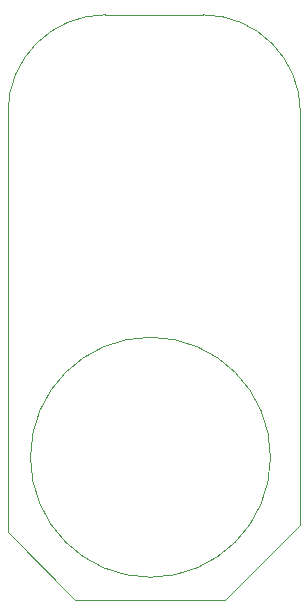
<source format=gbr>
G04 (created by PCBNEW (2013-07-07 BZR 4022)-stable) date 6.9.2017 23:13:13*
%MOIN*%
G04 Gerber Fmt 3.4, Leading zero omitted, Abs format*
%FSLAX34Y34*%
G01*
G70*
G90*
G04 APERTURE LIST*
%ADD10C,0.00590551*%
%ADD11C,0.00393701*%
G04 APERTURE END LIST*
G54D10*
G54D11*
X10000Y-17250D02*
X10000Y-3500D01*
X7500Y-19750D02*
X10000Y-17250D01*
X2500Y-19750D02*
X7500Y-19750D01*
X250Y-17500D02*
X2500Y-19750D01*
X250Y-3500D02*
X250Y-17500D01*
X3500Y-250D02*
X6750Y-250D01*
X10000Y-3500D02*
G75*
G03X6750Y-250I-3250J0D01*
G74*
G01*
X3500Y-250D02*
G75*
G03X250Y-3500I0J-3250D01*
G74*
G01*
X9000Y-15000D02*
G75*
G03X9000Y-15000I-4000J0D01*
G74*
G01*
M02*

</source>
